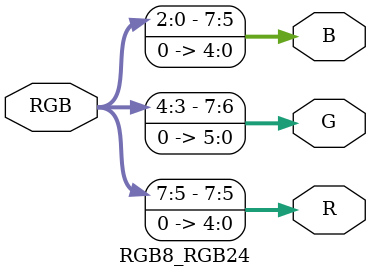
<source format=v>
module RGB8_RGB24(
       input  wire [7:0]RGB,
		 output wire [7:0]R,
		 output wire [7:0]G,
		 output wire [7:0]B
		 );
		 
assign R={RGB[7:5],5'b00000};
assign G={RGB[4:3],6'b000000};
assign B={RGB[2:0],5'b00000};

endmodule
</source>
